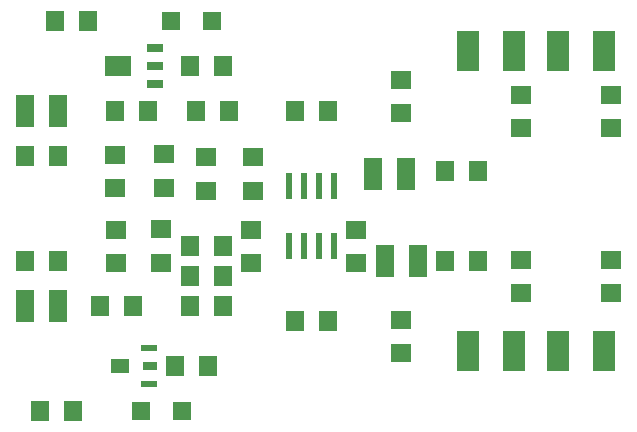
<source format=gbr>
G04 EAGLE Gerber RS-274X export*
G75*
%MOMM*%
%FSLAX34Y34*%
%LPD*%
%INSolderpaste Top*%
%IPPOS*%
%AMOC8*
5,1,8,0,0,1.08239X$1,22.5*%
G01*
%ADD10R,1.800000X1.600000*%
%ADD11R,1.600000X1.803000*%
%ADD12R,0.609600X2.286000*%
%ADD13R,1.600000X2.700000*%
%ADD14R,1.803000X1.600000*%
%ADD15R,1.600000X1.800000*%
%ADD16R,1.900000X3.400000*%
%ADD17R,1.500000X1.500000*%
%ADD18R,1.400000X0.800000*%
%ADD19R,2.200000X1.800000*%
%ADD20R,1.225000X0.650000*%
%ADD21R,1.550000X1.265000*%
%ADD22R,1.400000X0.570000*%


D10*
X444500Y278100D03*
X444500Y306100D03*
D11*
X481080Y228600D03*
X509520Y228600D03*
D12*
X387350Y215646D03*
X374650Y215646D03*
X361950Y215646D03*
X349250Y215646D03*
X349250Y165354D03*
X361950Y165354D03*
X374650Y165354D03*
X387350Y165354D03*
D10*
X406400Y151100D03*
X406400Y179100D03*
X317500Y179100D03*
X317500Y151100D03*
D13*
X125700Y279400D03*
X153700Y279400D03*
D11*
X201680Y279400D03*
X230120Y279400D03*
D14*
X243840Y242820D03*
X243840Y214380D03*
X318770Y211840D03*
X318770Y240280D03*
X279400Y211840D03*
X279400Y240280D03*
D15*
X298480Y279400D03*
X270480Y279400D03*
D10*
X201930Y242600D03*
X201930Y214600D03*
D11*
X125480Y241300D03*
X153920Y241300D03*
X382520Y279400D03*
X354080Y279400D03*
D16*
X501200Y330200D03*
X540200Y330200D03*
D10*
X546100Y293400D03*
X546100Y265400D03*
D16*
X577400Y330200D03*
X616400Y330200D03*
D10*
X622300Y293400D03*
X622300Y265400D03*
D13*
X420340Y226060D03*
X448340Y226060D03*
D11*
X481080Y152400D03*
X509520Y152400D03*
D10*
X444500Y102900D03*
X444500Y74900D03*
D11*
X382520Y101600D03*
X354080Y101600D03*
D16*
X501200Y76200D03*
X540200Y76200D03*
D10*
X546100Y125700D03*
X546100Y153700D03*
D16*
X577400Y76200D03*
X616400Y76200D03*
D10*
X622300Y125700D03*
X622300Y153700D03*
D13*
X430500Y152400D03*
X458500Y152400D03*
D14*
X241300Y179320D03*
X241300Y150880D03*
D11*
X217420Y114300D03*
X188980Y114300D03*
D10*
X203200Y151100D03*
X203200Y179100D03*
D15*
X293400Y114300D03*
X265400Y114300D03*
D11*
X125480Y152400D03*
X153920Y152400D03*
D13*
X153700Y114300D03*
X125700Y114300D03*
D11*
X265180Y139700D03*
X293620Y139700D03*
X293620Y165100D03*
X265180Y165100D03*
D17*
X249200Y355600D03*
X284200Y355600D03*
X258800Y25400D03*
X223800Y25400D03*
D11*
X138180Y25400D03*
X166620Y25400D03*
X150880Y355600D03*
X179320Y355600D03*
D18*
X235700Y317500D03*
X235700Y332500D03*
X235700Y302500D03*
D19*
X204900Y317500D03*
D15*
X265400Y317500D03*
X293400Y317500D03*
D20*
X231525Y63500D03*
D21*
X206400Y63500D03*
D22*
X230650Y78500D03*
X230650Y48500D03*
D15*
X252700Y63500D03*
X280700Y63500D03*
M02*

</source>
